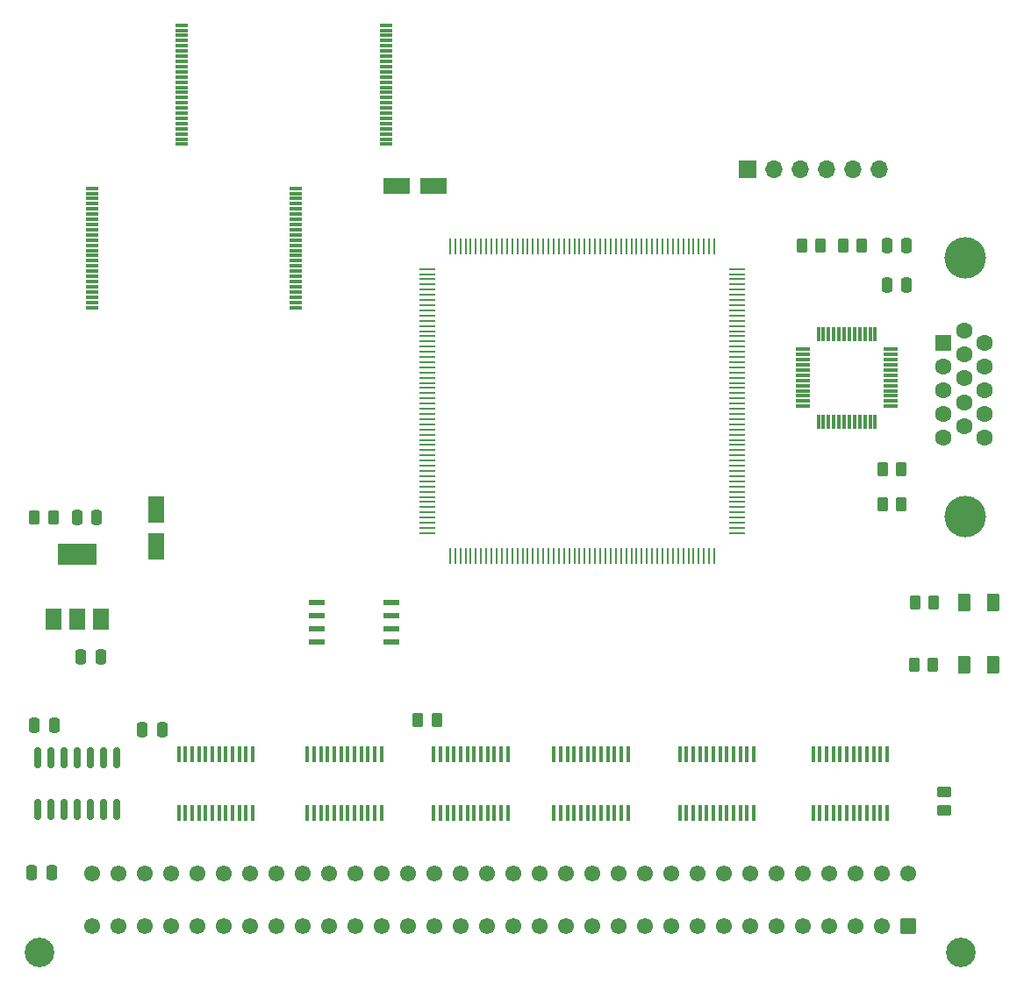
<source format=gbr>
%TF.GenerationSoftware,KiCad,Pcbnew,(6.0.7-rc1-83-g1005f75cdb)*%
%TF.CreationDate,2022-08-17T14:22:36+01:00*%
%TF.ProjectId,GfxFPGAS3,47667846-5047-4415-9333-2e6b69636164,rev?*%
%TF.SameCoordinates,Original*%
%TF.FileFunction,Soldermask,Top*%
%TF.FilePolarity,Negative*%
%FSLAX46Y46*%
G04 Gerber Fmt 4.6, Leading zero omitted, Abs format (unit mm)*
G04 Created by KiCad (PCBNEW (6.0.7-rc1-83-g1005f75cdb)) date 2022-08-17 14:22:36*
%MOMM*%
%LPD*%
G01*
G04 APERTURE LIST*
G04 Aperture macros list*
%AMRoundRect*
0 Rectangle with rounded corners*
0 $1 Rounding radius*
0 $2 $3 $4 $5 $6 $7 $8 $9 X,Y pos of 4 corners*
0 Add a 4 corners polygon primitive as box body*
4,1,4,$2,$3,$4,$5,$6,$7,$8,$9,$2,$3,0*
0 Add four circle primitives for the rounded corners*
1,1,$1+$1,$2,$3*
1,1,$1+$1,$4,$5*
1,1,$1+$1,$6,$7*
1,1,$1+$1,$8,$9*
0 Add four rect primitives between the rounded corners*
20,1,$1+$1,$2,$3,$4,$5,0*
20,1,$1+$1,$4,$5,$6,$7,0*
20,1,$1+$1,$6,$7,$8,$9,0*
20,1,$1+$1,$8,$9,$2,$3,0*%
G04 Aperture macros list end*
%ADD10RoundRect,0.250000X0.250000X0.475000X-0.250000X0.475000X-0.250000X-0.475000X0.250000X-0.475000X0*%
%ADD11RoundRect,0.250000X-0.250000X-0.475000X0.250000X-0.475000X0.250000X0.475000X-0.250000X0.475000X0*%
%ADD12RoundRect,0.250000X-0.550000X1.050000X-0.550000X-1.050000X0.550000X-1.050000X0.550000X1.050000X0*%
%ADD13C,2.850000*%
%ADD14RoundRect,0.249999X0.525001X0.525001X-0.525001X0.525001X-0.525001X-0.525001X0.525001X-0.525001X0*%
%ADD15C,1.550000*%
%ADD16C,4.000000*%
%ADD17R,1.600000X1.600000*%
%ADD18C,1.600000*%
%ADD19RoundRect,0.250000X-0.262500X-0.450000X0.262500X-0.450000X0.262500X0.450000X-0.262500X0.450000X0*%
%ADD20RoundRect,0.150000X0.150000X-0.825000X0.150000X0.825000X-0.150000X0.825000X-0.150000X-0.825000X0*%
%ADD21R,1.500000X2.000000*%
%ADD22R,3.800000X2.000000*%
%ADD23R,1.500000X0.280000*%
%ADD24R,0.280000X1.500000*%
%ADD25R,1.610000X0.580000*%
%ADD26R,1.475000X0.300000*%
%ADD27R,0.300000X1.475000*%
%ADD28R,0.410000X1.570000*%
%ADD29R,1.300000X0.300000*%
%ADD30RoundRect,0.250000X-1.050000X-0.550000X1.050000X-0.550000X1.050000X0.550000X-1.050000X0.550000X0*%
%ADD31RoundRect,0.250000X0.375000X0.625000X-0.375000X0.625000X-0.375000X-0.625000X0.375000X-0.625000X0*%
%ADD32R,1.700000X1.700000*%
%ADD33O,1.700000X1.700000*%
%ADD34RoundRect,0.250000X0.450000X-0.262500X0.450000X0.262500X-0.450000X0.262500X-0.450000X-0.262500X0*%
G04 APERTURE END LIST*
D10*
%TO.C,C101*%
X111094000Y-118727000D03*
X109194000Y-118727000D03*
%TD*%
D11*
%TO.C,C102*%
X104450000Y-139600000D03*
X106350000Y-139600000D03*
%TD*%
%TO.C,C104*%
X104700000Y-125400000D03*
X106600000Y-125400000D03*
%TD*%
D12*
%TO.C,C105*%
X116444000Y-104527000D03*
X116444000Y-108127000D03*
%TD*%
D11*
%TO.C,C501*%
X186944000Y-79027000D03*
X188844000Y-79027000D03*
%TD*%
%TO.C,C502*%
X186944000Y-82827000D03*
X188844000Y-82827000D03*
%TD*%
D13*
%TO.C,J101*%
X105156000Y-147320000D03*
X194056000Y-147320000D03*
D14*
X188976000Y-144780000D03*
D15*
X186436000Y-144780000D03*
X183896000Y-144780000D03*
X181356000Y-144780000D03*
X178816000Y-144780000D03*
X176276000Y-144780000D03*
X173736000Y-144780000D03*
X171196000Y-144780000D03*
X168656000Y-144780000D03*
X166116000Y-144780000D03*
X163576000Y-144780000D03*
X161036000Y-144780000D03*
X158496000Y-144780000D03*
X155956000Y-144780000D03*
X153416000Y-144780000D03*
X150876000Y-144780000D03*
X148336000Y-144780000D03*
X145796000Y-144780000D03*
X143256000Y-144780000D03*
X140716000Y-144780000D03*
X138176000Y-144780000D03*
X135636000Y-144780000D03*
X133096000Y-144780000D03*
X130556000Y-144780000D03*
X128016000Y-144780000D03*
X125476000Y-144780000D03*
X122936000Y-144780000D03*
X120396000Y-144780000D03*
X117856000Y-144780000D03*
X115316000Y-144780000D03*
X112776000Y-144780000D03*
X110236000Y-144780000D03*
X188976000Y-139700000D03*
X186436000Y-139700000D03*
X183896000Y-139700000D03*
X181356000Y-139700000D03*
X178816000Y-139700000D03*
X176276000Y-139700000D03*
X173736000Y-139700000D03*
X171196000Y-139700000D03*
X168656000Y-139700000D03*
X166116000Y-139700000D03*
X163576000Y-139700000D03*
X161036000Y-139700000D03*
X158496000Y-139700000D03*
X155956000Y-139700000D03*
X153416000Y-139700000D03*
X150876000Y-139700000D03*
X148336000Y-139700000D03*
X145796000Y-139700000D03*
X143256000Y-139700000D03*
X140716000Y-139700000D03*
X138176000Y-139700000D03*
X135636000Y-139700000D03*
X133096000Y-139700000D03*
X130556000Y-139700000D03*
X128016000Y-139700000D03*
X125476000Y-139700000D03*
X122936000Y-139700000D03*
X120396000Y-139700000D03*
X117856000Y-139700000D03*
X115316000Y-139700000D03*
X112776000Y-139700000D03*
X110236000Y-139700000D03*
%TD*%
D16*
%TO.C,J501*%
X194470000Y-105260000D03*
X194470000Y-80260000D03*
D17*
X192420000Y-88445000D03*
D18*
X192420000Y-90735000D03*
X192420000Y-93025000D03*
X192420000Y-95315000D03*
X192420000Y-97605000D03*
X194400000Y-87300000D03*
X194400000Y-89590000D03*
X194400000Y-91880000D03*
X194400000Y-94170000D03*
X194400000Y-96460000D03*
X196380000Y-88445000D03*
X196380000Y-90735000D03*
X196380000Y-93025000D03*
X196380000Y-95315000D03*
X196380000Y-97605000D03*
%TD*%
D19*
%TO.C,R101*%
X104681500Y-105327000D03*
X106506500Y-105327000D03*
%TD*%
%TO.C,R501*%
X182719000Y-79027000D03*
X184544000Y-79027000D03*
%TD*%
%TO.C,R502*%
X178756500Y-79027000D03*
X180581500Y-79027000D03*
%TD*%
%TO.C,R503*%
X186544000Y-104027000D03*
X188369000Y-104027000D03*
%TD*%
%TO.C,R504*%
X186544000Y-100627000D03*
X188369000Y-100627000D03*
%TD*%
D20*
%TO.C,U101*%
X104990000Y-133475000D03*
X106260000Y-133475000D03*
X107530000Y-133475000D03*
X108800000Y-133475000D03*
X110070000Y-133475000D03*
X111340000Y-133475000D03*
X112610000Y-133475000D03*
X112610000Y-128525000D03*
X111340000Y-128525000D03*
X110070000Y-128525000D03*
X108800000Y-128525000D03*
X107530000Y-128525000D03*
X106260000Y-128525000D03*
X104990000Y-128525000D03*
%TD*%
D21*
%TO.C,U102*%
X106544000Y-115127000D03*
D22*
X108844000Y-108827000D03*
D21*
X108844000Y-115127000D03*
X111144000Y-115127000D03*
%TD*%
D23*
%TO.C,U301*%
X142585000Y-81315000D03*
X142585000Y-81815000D03*
X142585000Y-82315000D03*
X142585000Y-82815000D03*
X142585000Y-83315000D03*
X142585000Y-83815000D03*
X142585000Y-84315000D03*
X142585000Y-84815000D03*
X142585000Y-85315000D03*
X142585000Y-85815000D03*
X142585000Y-86315000D03*
X142585000Y-86815000D03*
X142585000Y-87315000D03*
X142585000Y-87815000D03*
X142585000Y-88315000D03*
X142585000Y-88815000D03*
X142585000Y-89315000D03*
X142585000Y-89815000D03*
X142585000Y-90315000D03*
X142585000Y-90815000D03*
X142585000Y-91315000D03*
X142585000Y-91815000D03*
X142585000Y-92315000D03*
X142585000Y-92815000D03*
X142585000Y-93315000D03*
X142585000Y-93815000D03*
X142585000Y-94315000D03*
X142585000Y-94815000D03*
X142585000Y-95315000D03*
X142585000Y-95815000D03*
X142585000Y-96315000D03*
X142585000Y-96815000D03*
X142585000Y-97315000D03*
X142585000Y-97815000D03*
X142585000Y-98315000D03*
X142585000Y-98815000D03*
X142585000Y-99315000D03*
X142585000Y-99815000D03*
X142585000Y-100315000D03*
X142585000Y-100815000D03*
X142585000Y-101315000D03*
X142585000Y-101815000D03*
X142585000Y-102315000D03*
X142585000Y-102815000D03*
X142585000Y-103315000D03*
X142585000Y-103815000D03*
X142585000Y-104315000D03*
X142585000Y-104815000D03*
X142585000Y-105315000D03*
X142585000Y-105815000D03*
X142585000Y-106315000D03*
X142585000Y-106815000D03*
D24*
X144800000Y-109030000D03*
X145300000Y-109030000D03*
X145800000Y-109030000D03*
X146300000Y-109030000D03*
X146800000Y-109030000D03*
X147300000Y-109030000D03*
X147800000Y-109030000D03*
X148300000Y-109030000D03*
X148800000Y-109030000D03*
X149300000Y-109030000D03*
X149800000Y-109030000D03*
X150300000Y-109030000D03*
X150800000Y-109030000D03*
X151300000Y-109030000D03*
X151800000Y-109030000D03*
X152300000Y-109030000D03*
X152800000Y-109030000D03*
X153300000Y-109030000D03*
X153800000Y-109030000D03*
X154300000Y-109030000D03*
X154800000Y-109030000D03*
X155300000Y-109030000D03*
X155800000Y-109030000D03*
X156300000Y-109030000D03*
X156800000Y-109030000D03*
X157300000Y-109030000D03*
X157800000Y-109030000D03*
X158300000Y-109030000D03*
X158800000Y-109030000D03*
X159300000Y-109030000D03*
X159800000Y-109030000D03*
X160300000Y-109030000D03*
X160800000Y-109030000D03*
X161300000Y-109030000D03*
X161800000Y-109030000D03*
X162300000Y-109030000D03*
X162800000Y-109030000D03*
X163300000Y-109030000D03*
X163800000Y-109030000D03*
X164300000Y-109030000D03*
X164800000Y-109030000D03*
X165300000Y-109030000D03*
X165800000Y-109030000D03*
X166300000Y-109030000D03*
X166800000Y-109030000D03*
X167300000Y-109030000D03*
X167800000Y-109030000D03*
X168300000Y-109030000D03*
X168800000Y-109030000D03*
X169300000Y-109030000D03*
X169800000Y-109030000D03*
X170300000Y-109030000D03*
D23*
X172515000Y-106815000D03*
X172515000Y-106315000D03*
X172515000Y-105815000D03*
X172515000Y-105315000D03*
X172515000Y-104815000D03*
X172515000Y-104315000D03*
X172515000Y-103815000D03*
X172515000Y-103315000D03*
X172515000Y-102815000D03*
X172515000Y-102315000D03*
X172515000Y-101815000D03*
X172515000Y-101315000D03*
X172515000Y-100815000D03*
X172515000Y-100315000D03*
X172515000Y-99815000D03*
X172515000Y-99315000D03*
X172515000Y-98815000D03*
X172515000Y-98315000D03*
X172515000Y-97815000D03*
X172515000Y-97315000D03*
X172515000Y-96815000D03*
X172515000Y-96315000D03*
X172515000Y-95815000D03*
X172515000Y-95315000D03*
X172515000Y-94815000D03*
X172515000Y-94315000D03*
X172515000Y-93815000D03*
X172515000Y-93315000D03*
X172515000Y-92815000D03*
X172515000Y-92315000D03*
X172515000Y-91815000D03*
X172515000Y-91315000D03*
X172515000Y-90815000D03*
X172515000Y-90315000D03*
X172515000Y-89815000D03*
X172515000Y-89315000D03*
X172515000Y-88815000D03*
X172515000Y-88315000D03*
X172515000Y-87815000D03*
X172515000Y-87315000D03*
X172515000Y-86815000D03*
X172515000Y-86315000D03*
X172515000Y-85815000D03*
X172515000Y-85315000D03*
X172515000Y-84815000D03*
X172515000Y-84315000D03*
X172515000Y-83815000D03*
X172515000Y-83315000D03*
X172515000Y-82815000D03*
X172515000Y-82315000D03*
X172515000Y-81815000D03*
X172515000Y-81315000D03*
D24*
X170300000Y-79100000D03*
X169800000Y-79100000D03*
X169300000Y-79100000D03*
X168800000Y-79100000D03*
X168300000Y-79100000D03*
X167800000Y-79100000D03*
X167300000Y-79100000D03*
X166800000Y-79100000D03*
X166300000Y-79100000D03*
X165800000Y-79100000D03*
X165300000Y-79100000D03*
X164800000Y-79100000D03*
X164300000Y-79100000D03*
X163800000Y-79100000D03*
X163300000Y-79100000D03*
X162800000Y-79100000D03*
X162300000Y-79100000D03*
X161800000Y-79100000D03*
X161300000Y-79100000D03*
X160800000Y-79100000D03*
X160300000Y-79100000D03*
X159800000Y-79100000D03*
X159300000Y-79100000D03*
X158800000Y-79100000D03*
X158300000Y-79100000D03*
X157800000Y-79100000D03*
X157300000Y-79100000D03*
X156800000Y-79100000D03*
X156300000Y-79100000D03*
X155800000Y-79100000D03*
X155300000Y-79100000D03*
X154800000Y-79100000D03*
X154300000Y-79100000D03*
X153800000Y-79100000D03*
X153300000Y-79100000D03*
X152800000Y-79100000D03*
X152300000Y-79100000D03*
X151800000Y-79100000D03*
X151300000Y-79100000D03*
X150800000Y-79100000D03*
X150300000Y-79100000D03*
X149800000Y-79100000D03*
X149300000Y-79100000D03*
X148800000Y-79100000D03*
X148300000Y-79100000D03*
X147800000Y-79100000D03*
X147300000Y-79100000D03*
X146800000Y-79100000D03*
X146300000Y-79100000D03*
X145800000Y-79100000D03*
X145300000Y-79100000D03*
X144800000Y-79100000D03*
%TD*%
D25*
%TO.C,U302*%
X131960000Y-113490000D03*
X131960000Y-114760000D03*
X131960000Y-116030000D03*
X131960000Y-117300000D03*
X139170000Y-117300000D03*
X139170000Y-116030000D03*
X139170000Y-114760000D03*
X139170000Y-113490000D03*
%TD*%
D26*
%TO.C,U501*%
X178844000Y-89075000D03*
X178844000Y-89575000D03*
X178844000Y-90075000D03*
X178844000Y-90575000D03*
X178844000Y-91075000D03*
X178844000Y-91575000D03*
X178844000Y-92075000D03*
X178844000Y-92575000D03*
X178844000Y-93075000D03*
X178844000Y-93575000D03*
X178844000Y-94075000D03*
X178844000Y-94575000D03*
D27*
X180332000Y-96063000D03*
X180832000Y-96063000D03*
X181332000Y-96063000D03*
X181832000Y-96063000D03*
X182332000Y-96063000D03*
X182832000Y-96063000D03*
X183332000Y-96063000D03*
X183832000Y-96063000D03*
X184332000Y-96063000D03*
X184832000Y-96063000D03*
X185332000Y-96063000D03*
X185832000Y-96063000D03*
D26*
X187320000Y-94575000D03*
X187320000Y-94075000D03*
X187320000Y-93575000D03*
X187320000Y-93075000D03*
X187320000Y-92575000D03*
X187320000Y-92075000D03*
X187320000Y-91575000D03*
X187320000Y-91075000D03*
X187320000Y-90575000D03*
X187320000Y-90075000D03*
X187320000Y-89575000D03*
X187320000Y-89075000D03*
D27*
X185832000Y-87587000D03*
X185332000Y-87587000D03*
X184832000Y-87587000D03*
X184332000Y-87587000D03*
X183832000Y-87587000D03*
X183332000Y-87587000D03*
X182832000Y-87587000D03*
X182332000Y-87587000D03*
X181832000Y-87587000D03*
X181332000Y-87587000D03*
X180832000Y-87587000D03*
X180332000Y-87587000D03*
%TD*%
D28*
%TO.C,U201*%
X154825000Y-133870000D03*
X155475000Y-133870000D03*
X156125000Y-133870000D03*
X156775000Y-133870000D03*
X157425000Y-133870000D03*
X158075000Y-133870000D03*
X158725000Y-133870000D03*
X159375000Y-133870000D03*
X160025000Y-133870000D03*
X160675000Y-133870000D03*
X161325000Y-133870000D03*
X161975000Y-133870000D03*
X161975000Y-128130000D03*
X161325000Y-128130000D03*
X160675000Y-128130000D03*
X160025000Y-128130000D03*
X159375000Y-128130000D03*
X158725000Y-128130000D03*
X158075000Y-128130000D03*
X157425000Y-128130000D03*
X156775000Y-128130000D03*
X156125000Y-128130000D03*
X155475000Y-128130000D03*
X154825000Y-128130000D03*
%TD*%
%TO.C,U202*%
X143225000Y-133870000D03*
X143875000Y-133870000D03*
X144525000Y-133870000D03*
X145175000Y-133870000D03*
X145825000Y-133870000D03*
X146475000Y-133870000D03*
X147125000Y-133870000D03*
X147775000Y-133870000D03*
X148425000Y-133870000D03*
X149075000Y-133870000D03*
X149725000Y-133870000D03*
X150375000Y-133870000D03*
X150375000Y-128130000D03*
X149725000Y-128130000D03*
X149075000Y-128130000D03*
X148425000Y-128130000D03*
X147775000Y-128130000D03*
X147125000Y-128130000D03*
X146475000Y-128130000D03*
X145825000Y-128130000D03*
X145175000Y-128130000D03*
X144525000Y-128130000D03*
X143875000Y-128130000D03*
X143225000Y-128130000D03*
%TD*%
%TO.C,U204*%
X118625000Y-133870000D03*
X119275000Y-133870000D03*
X119925000Y-133870000D03*
X120575000Y-133870000D03*
X121225000Y-133870000D03*
X121875000Y-133870000D03*
X122525000Y-133870000D03*
X123175000Y-133870000D03*
X123825000Y-133870000D03*
X124475000Y-133870000D03*
X125125000Y-133870000D03*
X125775000Y-133870000D03*
X125775000Y-128130000D03*
X125125000Y-128130000D03*
X124475000Y-128130000D03*
X123825000Y-128130000D03*
X123175000Y-128130000D03*
X122525000Y-128130000D03*
X121875000Y-128130000D03*
X121225000Y-128130000D03*
X120575000Y-128130000D03*
X119925000Y-128130000D03*
X119275000Y-128130000D03*
X118625000Y-128130000D03*
%TD*%
%TO.C,U205*%
X179825000Y-133870000D03*
X180475000Y-133870000D03*
X181125000Y-133870000D03*
X181775000Y-133870000D03*
X182425000Y-133870000D03*
X183075000Y-133870000D03*
X183725000Y-133870000D03*
X184375000Y-133870000D03*
X185025000Y-133870000D03*
X185675000Y-133870000D03*
X186325000Y-133870000D03*
X186975000Y-133870000D03*
X186975000Y-128130000D03*
X186325000Y-128130000D03*
X185675000Y-128130000D03*
X185025000Y-128130000D03*
X184375000Y-128130000D03*
X183725000Y-128130000D03*
X183075000Y-128130000D03*
X182425000Y-128130000D03*
X181775000Y-128130000D03*
X181125000Y-128130000D03*
X180475000Y-128130000D03*
X179825000Y-128130000D03*
%TD*%
%TO.C,U206*%
X166960000Y-133870000D03*
X167610000Y-133870000D03*
X168260000Y-133870000D03*
X168910000Y-133870000D03*
X169560000Y-133870000D03*
X170210000Y-133870000D03*
X170860000Y-133870000D03*
X171510000Y-133870000D03*
X172160000Y-133870000D03*
X172810000Y-133870000D03*
X173460000Y-133870000D03*
X174110000Y-133870000D03*
X174110000Y-128130000D03*
X173460000Y-128130000D03*
X172810000Y-128130000D03*
X172160000Y-128130000D03*
X171510000Y-128130000D03*
X170860000Y-128130000D03*
X170210000Y-128130000D03*
X169560000Y-128130000D03*
X168910000Y-128130000D03*
X168260000Y-128130000D03*
X167610000Y-128130000D03*
X166960000Y-128130000D03*
%TD*%
%TO.C,U203*%
X131025000Y-133870000D03*
X131675000Y-133870000D03*
X132325000Y-133870000D03*
X132975000Y-133870000D03*
X133625000Y-133870000D03*
X134275000Y-133870000D03*
X134925000Y-133870000D03*
X135575000Y-133870000D03*
X136225000Y-133870000D03*
X136875000Y-133870000D03*
X137525000Y-133870000D03*
X138175000Y-133870000D03*
X138175000Y-128130000D03*
X137525000Y-128130000D03*
X136875000Y-128130000D03*
X136225000Y-128130000D03*
X135575000Y-128130000D03*
X134925000Y-128130000D03*
X134275000Y-128130000D03*
X133625000Y-128130000D03*
X132975000Y-128130000D03*
X132325000Y-128130000D03*
X131675000Y-128130000D03*
X131025000Y-128130000D03*
%TD*%
D11*
%TO.C,C106*%
X108794000Y-105327000D03*
X110694000Y-105327000D03*
%TD*%
D29*
%TO.C,U402*%
X138594000Y-69277000D03*
X138594000Y-68777000D03*
X138594000Y-68277000D03*
X138594000Y-67777000D03*
X138594000Y-67277000D03*
X138594000Y-66777000D03*
X138594000Y-66277000D03*
X138594000Y-65777000D03*
X138594000Y-65277000D03*
X138594000Y-64777000D03*
X138594000Y-64277000D03*
X138594000Y-63777000D03*
X138594000Y-63277000D03*
X138594000Y-62777000D03*
X138594000Y-62277000D03*
X138594000Y-61777000D03*
X138594000Y-61277000D03*
X138594000Y-60777000D03*
X138594000Y-60277000D03*
X138594000Y-59777000D03*
X138594000Y-59277000D03*
X138594000Y-58777000D03*
X138594000Y-58277000D03*
X138594000Y-57777000D03*
X118894000Y-57777000D03*
X118894000Y-58277000D03*
X118894000Y-58777000D03*
X118894000Y-59277000D03*
X118894000Y-59777000D03*
X118894000Y-60277000D03*
X118894000Y-60777000D03*
X118894000Y-61277000D03*
X118894000Y-61777000D03*
X118894000Y-62277000D03*
X118894000Y-62777000D03*
X118894000Y-63277000D03*
X118894000Y-63777000D03*
X118894000Y-64277000D03*
X118894000Y-64777000D03*
X118894000Y-65277000D03*
X118894000Y-65777000D03*
X118894000Y-66277000D03*
X118894000Y-66777000D03*
X118894000Y-67277000D03*
X118894000Y-67777000D03*
X118894000Y-68277000D03*
X118894000Y-68777000D03*
X118894000Y-69277000D03*
%TD*%
%TO.C,U401*%
X129944000Y-85027000D03*
X129944000Y-84527000D03*
X129944000Y-84027000D03*
X129944000Y-83527000D03*
X129944000Y-83027000D03*
X129944000Y-82527000D03*
X129944000Y-82027000D03*
X129944000Y-81527000D03*
X129944000Y-81027000D03*
X129944000Y-80527000D03*
X129944000Y-80027000D03*
X129944000Y-79527000D03*
X129944000Y-79027000D03*
X129944000Y-78527000D03*
X129944000Y-78027000D03*
X129944000Y-77527000D03*
X129944000Y-77027000D03*
X129944000Y-76527000D03*
X129944000Y-76027000D03*
X129944000Y-75527000D03*
X129944000Y-75027000D03*
X129944000Y-74527000D03*
X129944000Y-74027000D03*
X129944000Y-73527000D03*
X110244000Y-73527000D03*
X110244000Y-74027000D03*
X110244000Y-74527000D03*
X110244000Y-75027000D03*
X110244000Y-75527000D03*
X110244000Y-76027000D03*
X110244000Y-76527000D03*
X110244000Y-77027000D03*
X110244000Y-77527000D03*
X110244000Y-78027000D03*
X110244000Y-78527000D03*
X110244000Y-79027000D03*
X110244000Y-79527000D03*
X110244000Y-80027000D03*
X110244000Y-80527000D03*
X110244000Y-81027000D03*
X110244000Y-81527000D03*
X110244000Y-82027000D03*
X110244000Y-82527000D03*
X110244000Y-83027000D03*
X110244000Y-83527000D03*
X110244000Y-84027000D03*
X110244000Y-84527000D03*
X110244000Y-85027000D03*
%TD*%
D30*
%TO.C,C1*%
X139644000Y-73327000D03*
X143244000Y-73327000D03*
%TD*%
D31*
%TO.C,D2*%
X197200000Y-119500000D03*
X194400000Y-119500000D03*
%TD*%
D32*
%TO.C,J1*%
X173544000Y-71727000D03*
D33*
X176084000Y-71727000D03*
X178624000Y-71727000D03*
X181164000Y-71727000D03*
X183704000Y-71727000D03*
X186244000Y-71727000D03*
%TD*%
D31*
%TO.C,D1*%
X197200000Y-113500000D03*
X194400000Y-113500000D03*
%TD*%
D10*
%TO.C,C103*%
X117000000Y-125800000D03*
X115100000Y-125800000D03*
%TD*%
D19*
%TO.C,R12*%
X189575000Y-119500000D03*
X191400000Y-119500000D03*
%TD*%
%TO.C,R7*%
X141675000Y-124900000D03*
X143500000Y-124900000D03*
%TD*%
%TO.C,R2*%
X189675000Y-113500000D03*
X191500000Y-113500000D03*
%TD*%
D34*
%TO.C,R8*%
X192500000Y-133600000D03*
X192500000Y-131775000D03*
%TD*%
M02*

</source>
